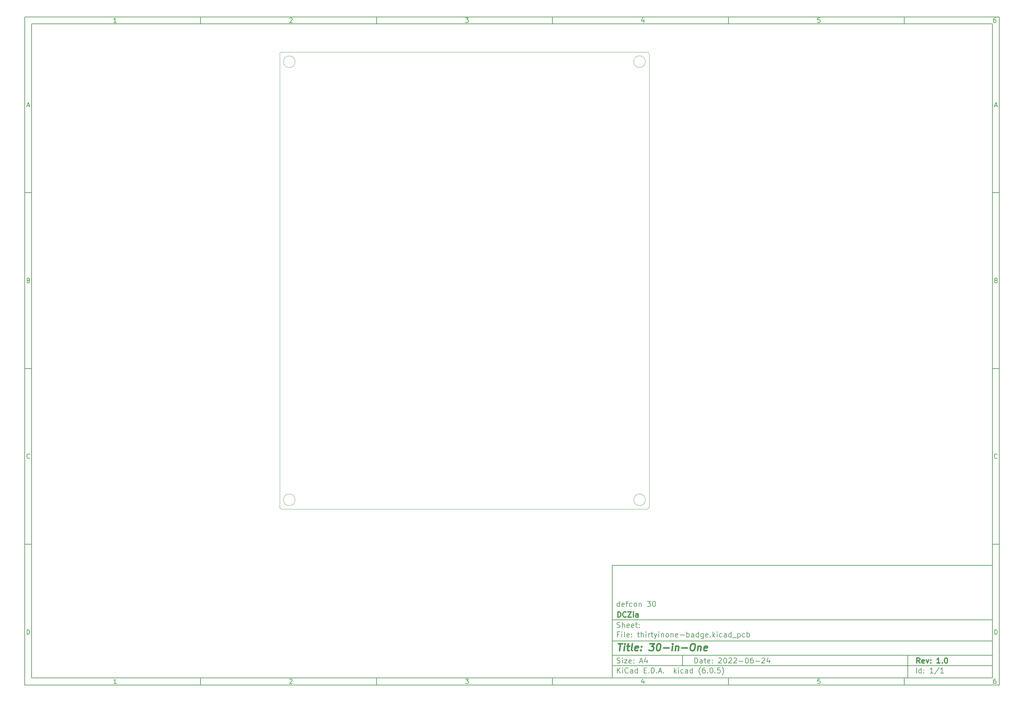
<source format=gbr>
%TF.GenerationSoftware,KiCad,Pcbnew,(6.0.5)*%
%TF.CreationDate,2022-06-24T09:36:34-06:00*%
%TF.ProjectId,thirtyinone-badge,74686972-7479-4696-9e6f-6e652d626164,1.0*%
%TF.SameCoordinates,Original*%
%TF.FileFunction,Paste,Bot*%
%TF.FilePolarity,Positive*%
%FSLAX46Y46*%
G04 Gerber Fmt 4.6, Leading zero omitted, Abs format (unit mm)*
G04 Created by KiCad (PCBNEW (6.0.5)) date 2022-06-24 09:36:34*
%MOMM*%
%LPD*%
G01*
G04 APERTURE LIST*
%ADD10C,0.100000*%
%ADD11C,0.150000*%
%ADD12C,0.300000*%
%ADD13C,0.400000*%
%TA.AperFunction,Profile*%
%ADD14C,0.100000*%
%TD*%
G04 APERTURE END LIST*
D10*
D11*
X177002200Y-166007200D02*
X177002200Y-198007200D01*
X285002200Y-198007200D01*
X285002200Y-166007200D01*
X177002200Y-166007200D01*
D10*
D11*
X10000000Y-10000000D02*
X10000000Y-200007200D01*
X287002200Y-200007200D01*
X287002200Y-10000000D01*
X10000000Y-10000000D01*
D10*
D11*
X12000000Y-12000000D02*
X12000000Y-198007200D01*
X285002200Y-198007200D01*
X285002200Y-12000000D01*
X12000000Y-12000000D01*
D10*
D11*
X60000000Y-12000000D02*
X60000000Y-10000000D01*
D10*
D11*
X110000000Y-12000000D02*
X110000000Y-10000000D01*
D10*
D11*
X160000000Y-12000000D02*
X160000000Y-10000000D01*
D10*
D11*
X210000000Y-12000000D02*
X210000000Y-10000000D01*
D10*
D11*
X260000000Y-12000000D02*
X260000000Y-10000000D01*
D10*
D11*
X36065476Y-11588095D02*
X35322619Y-11588095D01*
X35694047Y-11588095D02*
X35694047Y-10288095D01*
X35570238Y-10473809D01*
X35446428Y-10597619D01*
X35322619Y-10659523D01*
D10*
D11*
X85322619Y-10411904D02*
X85384523Y-10350000D01*
X85508333Y-10288095D01*
X85817857Y-10288095D01*
X85941666Y-10350000D01*
X86003571Y-10411904D01*
X86065476Y-10535714D01*
X86065476Y-10659523D01*
X86003571Y-10845238D01*
X85260714Y-11588095D01*
X86065476Y-11588095D01*
D10*
D11*
X135260714Y-10288095D02*
X136065476Y-10288095D01*
X135632142Y-10783333D01*
X135817857Y-10783333D01*
X135941666Y-10845238D01*
X136003571Y-10907142D01*
X136065476Y-11030952D01*
X136065476Y-11340476D01*
X136003571Y-11464285D01*
X135941666Y-11526190D01*
X135817857Y-11588095D01*
X135446428Y-11588095D01*
X135322619Y-11526190D01*
X135260714Y-11464285D01*
D10*
D11*
X185941666Y-10721428D02*
X185941666Y-11588095D01*
X185632142Y-10226190D02*
X185322619Y-11154761D01*
X186127380Y-11154761D01*
D10*
D11*
X236003571Y-10288095D02*
X235384523Y-10288095D01*
X235322619Y-10907142D01*
X235384523Y-10845238D01*
X235508333Y-10783333D01*
X235817857Y-10783333D01*
X235941666Y-10845238D01*
X236003571Y-10907142D01*
X236065476Y-11030952D01*
X236065476Y-11340476D01*
X236003571Y-11464285D01*
X235941666Y-11526190D01*
X235817857Y-11588095D01*
X235508333Y-11588095D01*
X235384523Y-11526190D01*
X235322619Y-11464285D01*
D10*
D11*
X285941666Y-10288095D02*
X285694047Y-10288095D01*
X285570238Y-10350000D01*
X285508333Y-10411904D01*
X285384523Y-10597619D01*
X285322619Y-10845238D01*
X285322619Y-11340476D01*
X285384523Y-11464285D01*
X285446428Y-11526190D01*
X285570238Y-11588095D01*
X285817857Y-11588095D01*
X285941666Y-11526190D01*
X286003571Y-11464285D01*
X286065476Y-11340476D01*
X286065476Y-11030952D01*
X286003571Y-10907142D01*
X285941666Y-10845238D01*
X285817857Y-10783333D01*
X285570238Y-10783333D01*
X285446428Y-10845238D01*
X285384523Y-10907142D01*
X285322619Y-11030952D01*
D10*
D11*
X60000000Y-198007200D02*
X60000000Y-200007200D01*
D10*
D11*
X110000000Y-198007200D02*
X110000000Y-200007200D01*
D10*
D11*
X160000000Y-198007200D02*
X160000000Y-200007200D01*
D10*
D11*
X210000000Y-198007200D02*
X210000000Y-200007200D01*
D10*
D11*
X260000000Y-198007200D02*
X260000000Y-200007200D01*
D10*
D11*
X36065476Y-199595295D02*
X35322619Y-199595295D01*
X35694047Y-199595295D02*
X35694047Y-198295295D01*
X35570238Y-198481009D01*
X35446428Y-198604819D01*
X35322619Y-198666723D01*
D10*
D11*
X85322619Y-198419104D02*
X85384523Y-198357200D01*
X85508333Y-198295295D01*
X85817857Y-198295295D01*
X85941666Y-198357200D01*
X86003571Y-198419104D01*
X86065476Y-198542914D01*
X86065476Y-198666723D01*
X86003571Y-198852438D01*
X85260714Y-199595295D01*
X86065476Y-199595295D01*
D10*
D11*
X135260714Y-198295295D02*
X136065476Y-198295295D01*
X135632142Y-198790533D01*
X135817857Y-198790533D01*
X135941666Y-198852438D01*
X136003571Y-198914342D01*
X136065476Y-199038152D01*
X136065476Y-199347676D01*
X136003571Y-199471485D01*
X135941666Y-199533390D01*
X135817857Y-199595295D01*
X135446428Y-199595295D01*
X135322619Y-199533390D01*
X135260714Y-199471485D01*
D10*
D11*
X185941666Y-198728628D02*
X185941666Y-199595295D01*
X185632142Y-198233390D02*
X185322619Y-199161961D01*
X186127380Y-199161961D01*
D10*
D11*
X236003571Y-198295295D02*
X235384523Y-198295295D01*
X235322619Y-198914342D01*
X235384523Y-198852438D01*
X235508333Y-198790533D01*
X235817857Y-198790533D01*
X235941666Y-198852438D01*
X236003571Y-198914342D01*
X236065476Y-199038152D01*
X236065476Y-199347676D01*
X236003571Y-199471485D01*
X235941666Y-199533390D01*
X235817857Y-199595295D01*
X235508333Y-199595295D01*
X235384523Y-199533390D01*
X235322619Y-199471485D01*
D10*
D11*
X285941666Y-198295295D02*
X285694047Y-198295295D01*
X285570238Y-198357200D01*
X285508333Y-198419104D01*
X285384523Y-198604819D01*
X285322619Y-198852438D01*
X285322619Y-199347676D01*
X285384523Y-199471485D01*
X285446428Y-199533390D01*
X285570238Y-199595295D01*
X285817857Y-199595295D01*
X285941666Y-199533390D01*
X286003571Y-199471485D01*
X286065476Y-199347676D01*
X286065476Y-199038152D01*
X286003571Y-198914342D01*
X285941666Y-198852438D01*
X285817857Y-198790533D01*
X285570238Y-198790533D01*
X285446428Y-198852438D01*
X285384523Y-198914342D01*
X285322619Y-199038152D01*
D10*
D11*
X10000000Y-60000000D02*
X12000000Y-60000000D01*
D10*
D11*
X10000000Y-110000000D02*
X12000000Y-110000000D01*
D10*
D11*
X10000000Y-160000000D02*
X12000000Y-160000000D01*
D10*
D11*
X10690476Y-35216666D02*
X11309523Y-35216666D01*
X10566666Y-35588095D02*
X11000000Y-34288095D01*
X11433333Y-35588095D01*
D10*
D11*
X11092857Y-84907142D02*
X11278571Y-84969047D01*
X11340476Y-85030952D01*
X11402380Y-85154761D01*
X11402380Y-85340476D01*
X11340476Y-85464285D01*
X11278571Y-85526190D01*
X11154761Y-85588095D01*
X10659523Y-85588095D01*
X10659523Y-84288095D01*
X11092857Y-84288095D01*
X11216666Y-84350000D01*
X11278571Y-84411904D01*
X11340476Y-84535714D01*
X11340476Y-84659523D01*
X11278571Y-84783333D01*
X11216666Y-84845238D01*
X11092857Y-84907142D01*
X10659523Y-84907142D01*
D10*
D11*
X11402380Y-135464285D02*
X11340476Y-135526190D01*
X11154761Y-135588095D01*
X11030952Y-135588095D01*
X10845238Y-135526190D01*
X10721428Y-135402380D01*
X10659523Y-135278571D01*
X10597619Y-135030952D01*
X10597619Y-134845238D01*
X10659523Y-134597619D01*
X10721428Y-134473809D01*
X10845238Y-134350000D01*
X11030952Y-134288095D01*
X11154761Y-134288095D01*
X11340476Y-134350000D01*
X11402380Y-134411904D01*
D10*
D11*
X10659523Y-185588095D02*
X10659523Y-184288095D01*
X10969047Y-184288095D01*
X11154761Y-184350000D01*
X11278571Y-184473809D01*
X11340476Y-184597619D01*
X11402380Y-184845238D01*
X11402380Y-185030952D01*
X11340476Y-185278571D01*
X11278571Y-185402380D01*
X11154761Y-185526190D01*
X10969047Y-185588095D01*
X10659523Y-185588095D01*
D10*
D11*
X287002200Y-60000000D02*
X285002200Y-60000000D01*
D10*
D11*
X287002200Y-110000000D02*
X285002200Y-110000000D01*
D10*
D11*
X287002200Y-160000000D02*
X285002200Y-160000000D01*
D10*
D11*
X285692676Y-35216666D02*
X286311723Y-35216666D01*
X285568866Y-35588095D02*
X286002200Y-34288095D01*
X286435533Y-35588095D01*
D10*
D11*
X286095057Y-84907142D02*
X286280771Y-84969047D01*
X286342676Y-85030952D01*
X286404580Y-85154761D01*
X286404580Y-85340476D01*
X286342676Y-85464285D01*
X286280771Y-85526190D01*
X286156961Y-85588095D01*
X285661723Y-85588095D01*
X285661723Y-84288095D01*
X286095057Y-84288095D01*
X286218866Y-84350000D01*
X286280771Y-84411904D01*
X286342676Y-84535714D01*
X286342676Y-84659523D01*
X286280771Y-84783333D01*
X286218866Y-84845238D01*
X286095057Y-84907142D01*
X285661723Y-84907142D01*
D10*
D11*
X286404580Y-135464285D02*
X286342676Y-135526190D01*
X286156961Y-135588095D01*
X286033152Y-135588095D01*
X285847438Y-135526190D01*
X285723628Y-135402380D01*
X285661723Y-135278571D01*
X285599819Y-135030952D01*
X285599819Y-134845238D01*
X285661723Y-134597619D01*
X285723628Y-134473809D01*
X285847438Y-134350000D01*
X286033152Y-134288095D01*
X286156961Y-134288095D01*
X286342676Y-134350000D01*
X286404580Y-134411904D01*
D10*
D11*
X285661723Y-185588095D02*
X285661723Y-184288095D01*
X285971247Y-184288095D01*
X286156961Y-184350000D01*
X286280771Y-184473809D01*
X286342676Y-184597619D01*
X286404580Y-184845238D01*
X286404580Y-185030952D01*
X286342676Y-185278571D01*
X286280771Y-185402380D01*
X286156961Y-185526190D01*
X285971247Y-185588095D01*
X285661723Y-185588095D01*
D10*
D11*
X200434342Y-193785771D02*
X200434342Y-192285771D01*
X200791485Y-192285771D01*
X201005771Y-192357200D01*
X201148628Y-192500057D01*
X201220057Y-192642914D01*
X201291485Y-192928628D01*
X201291485Y-193142914D01*
X201220057Y-193428628D01*
X201148628Y-193571485D01*
X201005771Y-193714342D01*
X200791485Y-193785771D01*
X200434342Y-193785771D01*
X202577200Y-193785771D02*
X202577200Y-193000057D01*
X202505771Y-192857200D01*
X202362914Y-192785771D01*
X202077200Y-192785771D01*
X201934342Y-192857200D01*
X202577200Y-193714342D02*
X202434342Y-193785771D01*
X202077200Y-193785771D01*
X201934342Y-193714342D01*
X201862914Y-193571485D01*
X201862914Y-193428628D01*
X201934342Y-193285771D01*
X202077200Y-193214342D01*
X202434342Y-193214342D01*
X202577200Y-193142914D01*
X203077200Y-192785771D02*
X203648628Y-192785771D01*
X203291485Y-192285771D02*
X203291485Y-193571485D01*
X203362914Y-193714342D01*
X203505771Y-193785771D01*
X203648628Y-193785771D01*
X204720057Y-193714342D02*
X204577200Y-193785771D01*
X204291485Y-193785771D01*
X204148628Y-193714342D01*
X204077200Y-193571485D01*
X204077200Y-193000057D01*
X204148628Y-192857200D01*
X204291485Y-192785771D01*
X204577200Y-192785771D01*
X204720057Y-192857200D01*
X204791485Y-193000057D01*
X204791485Y-193142914D01*
X204077200Y-193285771D01*
X205434342Y-193642914D02*
X205505771Y-193714342D01*
X205434342Y-193785771D01*
X205362914Y-193714342D01*
X205434342Y-193642914D01*
X205434342Y-193785771D01*
X205434342Y-192857200D02*
X205505771Y-192928628D01*
X205434342Y-193000057D01*
X205362914Y-192928628D01*
X205434342Y-192857200D01*
X205434342Y-193000057D01*
X207220057Y-192428628D02*
X207291485Y-192357200D01*
X207434342Y-192285771D01*
X207791485Y-192285771D01*
X207934342Y-192357200D01*
X208005771Y-192428628D01*
X208077200Y-192571485D01*
X208077200Y-192714342D01*
X208005771Y-192928628D01*
X207148628Y-193785771D01*
X208077200Y-193785771D01*
X209005771Y-192285771D02*
X209148628Y-192285771D01*
X209291485Y-192357200D01*
X209362914Y-192428628D01*
X209434342Y-192571485D01*
X209505771Y-192857200D01*
X209505771Y-193214342D01*
X209434342Y-193500057D01*
X209362914Y-193642914D01*
X209291485Y-193714342D01*
X209148628Y-193785771D01*
X209005771Y-193785771D01*
X208862914Y-193714342D01*
X208791485Y-193642914D01*
X208720057Y-193500057D01*
X208648628Y-193214342D01*
X208648628Y-192857200D01*
X208720057Y-192571485D01*
X208791485Y-192428628D01*
X208862914Y-192357200D01*
X209005771Y-192285771D01*
X210077200Y-192428628D02*
X210148628Y-192357200D01*
X210291485Y-192285771D01*
X210648628Y-192285771D01*
X210791485Y-192357200D01*
X210862914Y-192428628D01*
X210934342Y-192571485D01*
X210934342Y-192714342D01*
X210862914Y-192928628D01*
X210005771Y-193785771D01*
X210934342Y-193785771D01*
X211505771Y-192428628D02*
X211577200Y-192357200D01*
X211720057Y-192285771D01*
X212077200Y-192285771D01*
X212220057Y-192357200D01*
X212291485Y-192428628D01*
X212362914Y-192571485D01*
X212362914Y-192714342D01*
X212291485Y-192928628D01*
X211434342Y-193785771D01*
X212362914Y-193785771D01*
X213005771Y-193214342D02*
X214148628Y-193214342D01*
X215148628Y-192285771D02*
X215291485Y-192285771D01*
X215434342Y-192357200D01*
X215505771Y-192428628D01*
X215577200Y-192571485D01*
X215648628Y-192857200D01*
X215648628Y-193214342D01*
X215577200Y-193500057D01*
X215505771Y-193642914D01*
X215434342Y-193714342D01*
X215291485Y-193785771D01*
X215148628Y-193785771D01*
X215005771Y-193714342D01*
X214934342Y-193642914D01*
X214862914Y-193500057D01*
X214791485Y-193214342D01*
X214791485Y-192857200D01*
X214862914Y-192571485D01*
X214934342Y-192428628D01*
X215005771Y-192357200D01*
X215148628Y-192285771D01*
X216934342Y-192285771D02*
X216648628Y-192285771D01*
X216505771Y-192357200D01*
X216434342Y-192428628D01*
X216291485Y-192642914D01*
X216220057Y-192928628D01*
X216220057Y-193500057D01*
X216291485Y-193642914D01*
X216362914Y-193714342D01*
X216505771Y-193785771D01*
X216791485Y-193785771D01*
X216934342Y-193714342D01*
X217005771Y-193642914D01*
X217077200Y-193500057D01*
X217077200Y-193142914D01*
X217005771Y-193000057D01*
X216934342Y-192928628D01*
X216791485Y-192857200D01*
X216505771Y-192857200D01*
X216362914Y-192928628D01*
X216291485Y-193000057D01*
X216220057Y-193142914D01*
X217720057Y-193214342D02*
X218862914Y-193214342D01*
X219505771Y-192428628D02*
X219577200Y-192357200D01*
X219720057Y-192285771D01*
X220077200Y-192285771D01*
X220220057Y-192357200D01*
X220291485Y-192428628D01*
X220362914Y-192571485D01*
X220362914Y-192714342D01*
X220291485Y-192928628D01*
X219434342Y-193785771D01*
X220362914Y-193785771D01*
X221648628Y-192785771D02*
X221648628Y-193785771D01*
X221291485Y-192214342D02*
X220934342Y-193285771D01*
X221862914Y-193285771D01*
D10*
D11*
X177002200Y-194507200D02*
X285002200Y-194507200D01*
D10*
D11*
X178434342Y-196585771D02*
X178434342Y-195085771D01*
X179291485Y-196585771D02*
X178648628Y-195728628D01*
X179291485Y-195085771D02*
X178434342Y-195942914D01*
X179934342Y-196585771D02*
X179934342Y-195585771D01*
X179934342Y-195085771D02*
X179862914Y-195157200D01*
X179934342Y-195228628D01*
X180005771Y-195157200D01*
X179934342Y-195085771D01*
X179934342Y-195228628D01*
X181505771Y-196442914D02*
X181434342Y-196514342D01*
X181220057Y-196585771D01*
X181077200Y-196585771D01*
X180862914Y-196514342D01*
X180720057Y-196371485D01*
X180648628Y-196228628D01*
X180577200Y-195942914D01*
X180577200Y-195728628D01*
X180648628Y-195442914D01*
X180720057Y-195300057D01*
X180862914Y-195157200D01*
X181077200Y-195085771D01*
X181220057Y-195085771D01*
X181434342Y-195157200D01*
X181505771Y-195228628D01*
X182791485Y-196585771D02*
X182791485Y-195800057D01*
X182720057Y-195657200D01*
X182577200Y-195585771D01*
X182291485Y-195585771D01*
X182148628Y-195657200D01*
X182791485Y-196514342D02*
X182648628Y-196585771D01*
X182291485Y-196585771D01*
X182148628Y-196514342D01*
X182077200Y-196371485D01*
X182077200Y-196228628D01*
X182148628Y-196085771D01*
X182291485Y-196014342D01*
X182648628Y-196014342D01*
X182791485Y-195942914D01*
X184148628Y-196585771D02*
X184148628Y-195085771D01*
X184148628Y-196514342D02*
X184005771Y-196585771D01*
X183720057Y-196585771D01*
X183577200Y-196514342D01*
X183505771Y-196442914D01*
X183434342Y-196300057D01*
X183434342Y-195871485D01*
X183505771Y-195728628D01*
X183577200Y-195657200D01*
X183720057Y-195585771D01*
X184005771Y-195585771D01*
X184148628Y-195657200D01*
X186005771Y-195800057D02*
X186505771Y-195800057D01*
X186720057Y-196585771D02*
X186005771Y-196585771D01*
X186005771Y-195085771D01*
X186720057Y-195085771D01*
X187362914Y-196442914D02*
X187434342Y-196514342D01*
X187362914Y-196585771D01*
X187291485Y-196514342D01*
X187362914Y-196442914D01*
X187362914Y-196585771D01*
X188077200Y-196585771D02*
X188077200Y-195085771D01*
X188434342Y-195085771D01*
X188648628Y-195157200D01*
X188791485Y-195300057D01*
X188862914Y-195442914D01*
X188934342Y-195728628D01*
X188934342Y-195942914D01*
X188862914Y-196228628D01*
X188791485Y-196371485D01*
X188648628Y-196514342D01*
X188434342Y-196585771D01*
X188077200Y-196585771D01*
X189577200Y-196442914D02*
X189648628Y-196514342D01*
X189577200Y-196585771D01*
X189505771Y-196514342D01*
X189577200Y-196442914D01*
X189577200Y-196585771D01*
X190220057Y-196157200D02*
X190934342Y-196157200D01*
X190077200Y-196585771D02*
X190577200Y-195085771D01*
X191077200Y-196585771D01*
X191577200Y-196442914D02*
X191648628Y-196514342D01*
X191577200Y-196585771D01*
X191505771Y-196514342D01*
X191577200Y-196442914D01*
X191577200Y-196585771D01*
X194577200Y-196585771D02*
X194577200Y-195085771D01*
X194720057Y-196014342D02*
X195148628Y-196585771D01*
X195148628Y-195585771D02*
X194577200Y-196157200D01*
X195791485Y-196585771D02*
X195791485Y-195585771D01*
X195791485Y-195085771D02*
X195720057Y-195157200D01*
X195791485Y-195228628D01*
X195862914Y-195157200D01*
X195791485Y-195085771D01*
X195791485Y-195228628D01*
X197148628Y-196514342D02*
X197005771Y-196585771D01*
X196720057Y-196585771D01*
X196577200Y-196514342D01*
X196505771Y-196442914D01*
X196434342Y-196300057D01*
X196434342Y-195871485D01*
X196505771Y-195728628D01*
X196577200Y-195657200D01*
X196720057Y-195585771D01*
X197005771Y-195585771D01*
X197148628Y-195657200D01*
X198434342Y-196585771D02*
X198434342Y-195800057D01*
X198362914Y-195657200D01*
X198220057Y-195585771D01*
X197934342Y-195585771D01*
X197791485Y-195657200D01*
X198434342Y-196514342D02*
X198291485Y-196585771D01*
X197934342Y-196585771D01*
X197791485Y-196514342D01*
X197720057Y-196371485D01*
X197720057Y-196228628D01*
X197791485Y-196085771D01*
X197934342Y-196014342D01*
X198291485Y-196014342D01*
X198434342Y-195942914D01*
X199791485Y-196585771D02*
X199791485Y-195085771D01*
X199791485Y-196514342D02*
X199648628Y-196585771D01*
X199362914Y-196585771D01*
X199220057Y-196514342D01*
X199148628Y-196442914D01*
X199077200Y-196300057D01*
X199077200Y-195871485D01*
X199148628Y-195728628D01*
X199220057Y-195657200D01*
X199362914Y-195585771D01*
X199648628Y-195585771D01*
X199791485Y-195657200D01*
X202077200Y-197157200D02*
X202005771Y-197085771D01*
X201862914Y-196871485D01*
X201791485Y-196728628D01*
X201720057Y-196514342D01*
X201648628Y-196157200D01*
X201648628Y-195871485D01*
X201720057Y-195514342D01*
X201791485Y-195300057D01*
X201862914Y-195157200D01*
X202005771Y-194942914D01*
X202077200Y-194871485D01*
X203291485Y-195085771D02*
X203005771Y-195085771D01*
X202862914Y-195157200D01*
X202791485Y-195228628D01*
X202648628Y-195442914D01*
X202577200Y-195728628D01*
X202577200Y-196300057D01*
X202648628Y-196442914D01*
X202720057Y-196514342D01*
X202862914Y-196585771D01*
X203148628Y-196585771D01*
X203291485Y-196514342D01*
X203362914Y-196442914D01*
X203434342Y-196300057D01*
X203434342Y-195942914D01*
X203362914Y-195800057D01*
X203291485Y-195728628D01*
X203148628Y-195657200D01*
X202862914Y-195657200D01*
X202720057Y-195728628D01*
X202648628Y-195800057D01*
X202577200Y-195942914D01*
X204077200Y-196442914D02*
X204148628Y-196514342D01*
X204077200Y-196585771D01*
X204005771Y-196514342D01*
X204077200Y-196442914D01*
X204077200Y-196585771D01*
X205077200Y-195085771D02*
X205220057Y-195085771D01*
X205362914Y-195157200D01*
X205434342Y-195228628D01*
X205505771Y-195371485D01*
X205577200Y-195657200D01*
X205577200Y-196014342D01*
X205505771Y-196300057D01*
X205434342Y-196442914D01*
X205362914Y-196514342D01*
X205220057Y-196585771D01*
X205077200Y-196585771D01*
X204934342Y-196514342D01*
X204862914Y-196442914D01*
X204791485Y-196300057D01*
X204720057Y-196014342D01*
X204720057Y-195657200D01*
X204791485Y-195371485D01*
X204862914Y-195228628D01*
X204934342Y-195157200D01*
X205077200Y-195085771D01*
X206220057Y-196442914D02*
X206291485Y-196514342D01*
X206220057Y-196585771D01*
X206148628Y-196514342D01*
X206220057Y-196442914D01*
X206220057Y-196585771D01*
X207648628Y-195085771D02*
X206934342Y-195085771D01*
X206862914Y-195800057D01*
X206934342Y-195728628D01*
X207077200Y-195657200D01*
X207434342Y-195657200D01*
X207577200Y-195728628D01*
X207648628Y-195800057D01*
X207720057Y-195942914D01*
X207720057Y-196300057D01*
X207648628Y-196442914D01*
X207577200Y-196514342D01*
X207434342Y-196585771D01*
X207077200Y-196585771D01*
X206934342Y-196514342D01*
X206862914Y-196442914D01*
X208220057Y-197157200D02*
X208291485Y-197085771D01*
X208434342Y-196871485D01*
X208505771Y-196728628D01*
X208577200Y-196514342D01*
X208648628Y-196157200D01*
X208648628Y-195871485D01*
X208577200Y-195514342D01*
X208505771Y-195300057D01*
X208434342Y-195157200D01*
X208291485Y-194942914D01*
X208220057Y-194871485D01*
D10*
D11*
X177002200Y-191507200D02*
X285002200Y-191507200D01*
D10*
D12*
X264411485Y-193785771D02*
X263911485Y-193071485D01*
X263554342Y-193785771D02*
X263554342Y-192285771D01*
X264125771Y-192285771D01*
X264268628Y-192357200D01*
X264340057Y-192428628D01*
X264411485Y-192571485D01*
X264411485Y-192785771D01*
X264340057Y-192928628D01*
X264268628Y-193000057D01*
X264125771Y-193071485D01*
X263554342Y-193071485D01*
X265625771Y-193714342D02*
X265482914Y-193785771D01*
X265197200Y-193785771D01*
X265054342Y-193714342D01*
X264982914Y-193571485D01*
X264982914Y-193000057D01*
X265054342Y-192857200D01*
X265197200Y-192785771D01*
X265482914Y-192785771D01*
X265625771Y-192857200D01*
X265697200Y-193000057D01*
X265697200Y-193142914D01*
X264982914Y-193285771D01*
X266197200Y-192785771D02*
X266554342Y-193785771D01*
X266911485Y-192785771D01*
X267482914Y-193642914D02*
X267554342Y-193714342D01*
X267482914Y-193785771D01*
X267411485Y-193714342D01*
X267482914Y-193642914D01*
X267482914Y-193785771D01*
X267482914Y-192857200D02*
X267554342Y-192928628D01*
X267482914Y-193000057D01*
X267411485Y-192928628D01*
X267482914Y-192857200D01*
X267482914Y-193000057D01*
X270125771Y-193785771D02*
X269268628Y-193785771D01*
X269697200Y-193785771D02*
X269697200Y-192285771D01*
X269554342Y-192500057D01*
X269411485Y-192642914D01*
X269268628Y-192714342D01*
X270768628Y-193642914D02*
X270840057Y-193714342D01*
X270768628Y-193785771D01*
X270697200Y-193714342D01*
X270768628Y-193642914D01*
X270768628Y-193785771D01*
X271768628Y-192285771D02*
X271911485Y-192285771D01*
X272054342Y-192357200D01*
X272125771Y-192428628D01*
X272197200Y-192571485D01*
X272268628Y-192857200D01*
X272268628Y-193214342D01*
X272197200Y-193500057D01*
X272125771Y-193642914D01*
X272054342Y-193714342D01*
X271911485Y-193785771D01*
X271768628Y-193785771D01*
X271625771Y-193714342D01*
X271554342Y-193642914D01*
X271482914Y-193500057D01*
X271411485Y-193214342D01*
X271411485Y-192857200D01*
X271482914Y-192571485D01*
X271554342Y-192428628D01*
X271625771Y-192357200D01*
X271768628Y-192285771D01*
D10*
D11*
X178362914Y-193714342D02*
X178577200Y-193785771D01*
X178934342Y-193785771D01*
X179077200Y-193714342D01*
X179148628Y-193642914D01*
X179220057Y-193500057D01*
X179220057Y-193357200D01*
X179148628Y-193214342D01*
X179077200Y-193142914D01*
X178934342Y-193071485D01*
X178648628Y-193000057D01*
X178505771Y-192928628D01*
X178434342Y-192857200D01*
X178362914Y-192714342D01*
X178362914Y-192571485D01*
X178434342Y-192428628D01*
X178505771Y-192357200D01*
X178648628Y-192285771D01*
X179005771Y-192285771D01*
X179220057Y-192357200D01*
X179862914Y-193785771D02*
X179862914Y-192785771D01*
X179862914Y-192285771D02*
X179791485Y-192357200D01*
X179862914Y-192428628D01*
X179934342Y-192357200D01*
X179862914Y-192285771D01*
X179862914Y-192428628D01*
X180434342Y-192785771D02*
X181220057Y-192785771D01*
X180434342Y-193785771D01*
X181220057Y-193785771D01*
X182362914Y-193714342D02*
X182220057Y-193785771D01*
X181934342Y-193785771D01*
X181791485Y-193714342D01*
X181720057Y-193571485D01*
X181720057Y-193000057D01*
X181791485Y-192857200D01*
X181934342Y-192785771D01*
X182220057Y-192785771D01*
X182362914Y-192857200D01*
X182434342Y-193000057D01*
X182434342Y-193142914D01*
X181720057Y-193285771D01*
X183077200Y-193642914D02*
X183148628Y-193714342D01*
X183077200Y-193785771D01*
X183005771Y-193714342D01*
X183077200Y-193642914D01*
X183077200Y-193785771D01*
X183077200Y-192857200D02*
X183148628Y-192928628D01*
X183077200Y-193000057D01*
X183005771Y-192928628D01*
X183077200Y-192857200D01*
X183077200Y-193000057D01*
X184862914Y-193357200D02*
X185577200Y-193357200D01*
X184720057Y-193785771D02*
X185220057Y-192285771D01*
X185720057Y-193785771D01*
X186862914Y-192785771D02*
X186862914Y-193785771D01*
X186505771Y-192214342D02*
X186148628Y-193285771D01*
X187077200Y-193285771D01*
D10*
D11*
X263434342Y-196585771D02*
X263434342Y-195085771D01*
X264791485Y-196585771D02*
X264791485Y-195085771D01*
X264791485Y-196514342D02*
X264648628Y-196585771D01*
X264362914Y-196585771D01*
X264220057Y-196514342D01*
X264148628Y-196442914D01*
X264077200Y-196300057D01*
X264077200Y-195871485D01*
X264148628Y-195728628D01*
X264220057Y-195657200D01*
X264362914Y-195585771D01*
X264648628Y-195585771D01*
X264791485Y-195657200D01*
X265505771Y-196442914D02*
X265577200Y-196514342D01*
X265505771Y-196585771D01*
X265434342Y-196514342D01*
X265505771Y-196442914D01*
X265505771Y-196585771D01*
X265505771Y-195657200D02*
X265577200Y-195728628D01*
X265505771Y-195800057D01*
X265434342Y-195728628D01*
X265505771Y-195657200D01*
X265505771Y-195800057D01*
X268148628Y-196585771D02*
X267291485Y-196585771D01*
X267720057Y-196585771D02*
X267720057Y-195085771D01*
X267577200Y-195300057D01*
X267434342Y-195442914D01*
X267291485Y-195514342D01*
X269862914Y-195014342D02*
X268577200Y-196942914D01*
X271148628Y-196585771D02*
X270291485Y-196585771D01*
X270720057Y-196585771D02*
X270720057Y-195085771D01*
X270577200Y-195300057D01*
X270434342Y-195442914D01*
X270291485Y-195514342D01*
D10*
D11*
X177002200Y-187507200D02*
X285002200Y-187507200D01*
D10*
D13*
X178714580Y-188211961D02*
X179857438Y-188211961D01*
X179036009Y-190211961D02*
X179286009Y-188211961D01*
X180274104Y-190211961D02*
X180440771Y-188878628D01*
X180524104Y-188211961D02*
X180416961Y-188307200D01*
X180500295Y-188402438D01*
X180607438Y-188307200D01*
X180524104Y-188211961D01*
X180500295Y-188402438D01*
X181107438Y-188878628D02*
X181869342Y-188878628D01*
X181476485Y-188211961D02*
X181262200Y-189926247D01*
X181333628Y-190116723D01*
X181512200Y-190211961D01*
X181702676Y-190211961D01*
X182655057Y-190211961D02*
X182476485Y-190116723D01*
X182405057Y-189926247D01*
X182619342Y-188211961D01*
X184190771Y-190116723D02*
X183988390Y-190211961D01*
X183607438Y-190211961D01*
X183428866Y-190116723D01*
X183357438Y-189926247D01*
X183452676Y-189164342D01*
X183571723Y-188973866D01*
X183774104Y-188878628D01*
X184155057Y-188878628D01*
X184333628Y-188973866D01*
X184405057Y-189164342D01*
X184381247Y-189354819D01*
X183405057Y-189545295D01*
X185155057Y-190021485D02*
X185238390Y-190116723D01*
X185131247Y-190211961D01*
X185047914Y-190116723D01*
X185155057Y-190021485D01*
X185131247Y-190211961D01*
X185286009Y-188973866D02*
X185369342Y-189069104D01*
X185262200Y-189164342D01*
X185178866Y-189069104D01*
X185286009Y-188973866D01*
X185262200Y-189164342D01*
X187666961Y-188211961D02*
X188905057Y-188211961D01*
X188143152Y-188973866D01*
X188428866Y-188973866D01*
X188607438Y-189069104D01*
X188690771Y-189164342D01*
X188762200Y-189354819D01*
X188702676Y-189831009D01*
X188583628Y-190021485D01*
X188476485Y-190116723D01*
X188274104Y-190211961D01*
X187702676Y-190211961D01*
X187524104Y-190116723D01*
X187440771Y-190021485D01*
X190143152Y-188211961D02*
X190333628Y-188211961D01*
X190512200Y-188307200D01*
X190595533Y-188402438D01*
X190666961Y-188592914D01*
X190714580Y-188973866D01*
X190655057Y-189450057D01*
X190512200Y-189831009D01*
X190393152Y-190021485D01*
X190286009Y-190116723D01*
X190083628Y-190211961D01*
X189893152Y-190211961D01*
X189714580Y-190116723D01*
X189631247Y-190021485D01*
X189559819Y-189831009D01*
X189512200Y-189450057D01*
X189571723Y-188973866D01*
X189714580Y-188592914D01*
X189833628Y-188402438D01*
X189940771Y-188307200D01*
X190143152Y-188211961D01*
X191512200Y-189450057D02*
X193036009Y-189450057D01*
X193893152Y-190211961D02*
X194059819Y-188878628D01*
X194143152Y-188211961D02*
X194036009Y-188307200D01*
X194119342Y-188402438D01*
X194226485Y-188307200D01*
X194143152Y-188211961D01*
X194119342Y-188402438D01*
X195012200Y-188878628D02*
X194845533Y-190211961D01*
X194988390Y-189069104D02*
X195095533Y-188973866D01*
X195297914Y-188878628D01*
X195583628Y-188878628D01*
X195762200Y-188973866D01*
X195833628Y-189164342D01*
X195702676Y-190211961D01*
X196750295Y-189450057D02*
X198274104Y-189450057D01*
X199762200Y-188211961D02*
X200143152Y-188211961D01*
X200321723Y-188307200D01*
X200488390Y-188497676D01*
X200536009Y-188878628D01*
X200452676Y-189545295D01*
X200309819Y-189926247D01*
X200095533Y-190116723D01*
X199893152Y-190211961D01*
X199512200Y-190211961D01*
X199333628Y-190116723D01*
X199166961Y-189926247D01*
X199119342Y-189545295D01*
X199202676Y-188878628D01*
X199345533Y-188497676D01*
X199559819Y-188307200D01*
X199762200Y-188211961D01*
X201393152Y-188878628D02*
X201226485Y-190211961D01*
X201369342Y-189069104D02*
X201476485Y-188973866D01*
X201678866Y-188878628D01*
X201964580Y-188878628D01*
X202143152Y-188973866D01*
X202214580Y-189164342D01*
X202083628Y-190211961D01*
X203809819Y-190116723D02*
X203607438Y-190211961D01*
X203226485Y-190211961D01*
X203047914Y-190116723D01*
X202976485Y-189926247D01*
X203071723Y-189164342D01*
X203190771Y-188973866D01*
X203393152Y-188878628D01*
X203774104Y-188878628D01*
X203952676Y-188973866D01*
X204024104Y-189164342D01*
X204000295Y-189354819D01*
X203024104Y-189545295D01*
D10*
D11*
X178934342Y-185600057D02*
X178434342Y-185600057D01*
X178434342Y-186385771D02*
X178434342Y-184885771D01*
X179148628Y-184885771D01*
X179720057Y-186385771D02*
X179720057Y-185385771D01*
X179720057Y-184885771D02*
X179648628Y-184957200D01*
X179720057Y-185028628D01*
X179791485Y-184957200D01*
X179720057Y-184885771D01*
X179720057Y-185028628D01*
X180648628Y-186385771D02*
X180505771Y-186314342D01*
X180434342Y-186171485D01*
X180434342Y-184885771D01*
X181791485Y-186314342D02*
X181648628Y-186385771D01*
X181362914Y-186385771D01*
X181220057Y-186314342D01*
X181148628Y-186171485D01*
X181148628Y-185600057D01*
X181220057Y-185457200D01*
X181362914Y-185385771D01*
X181648628Y-185385771D01*
X181791485Y-185457200D01*
X181862914Y-185600057D01*
X181862914Y-185742914D01*
X181148628Y-185885771D01*
X182505771Y-186242914D02*
X182577200Y-186314342D01*
X182505771Y-186385771D01*
X182434342Y-186314342D01*
X182505771Y-186242914D01*
X182505771Y-186385771D01*
X182505771Y-185457200D02*
X182577200Y-185528628D01*
X182505771Y-185600057D01*
X182434342Y-185528628D01*
X182505771Y-185457200D01*
X182505771Y-185600057D01*
X184148628Y-185385771D02*
X184720057Y-185385771D01*
X184362914Y-184885771D02*
X184362914Y-186171485D01*
X184434342Y-186314342D01*
X184577200Y-186385771D01*
X184720057Y-186385771D01*
X185220057Y-186385771D02*
X185220057Y-184885771D01*
X185862914Y-186385771D02*
X185862914Y-185600057D01*
X185791485Y-185457200D01*
X185648628Y-185385771D01*
X185434342Y-185385771D01*
X185291485Y-185457200D01*
X185220057Y-185528628D01*
X186577200Y-186385771D02*
X186577200Y-185385771D01*
X186577200Y-184885771D02*
X186505771Y-184957200D01*
X186577200Y-185028628D01*
X186648628Y-184957200D01*
X186577200Y-184885771D01*
X186577200Y-185028628D01*
X187291485Y-186385771D02*
X187291485Y-185385771D01*
X187291485Y-185671485D02*
X187362914Y-185528628D01*
X187434342Y-185457200D01*
X187577200Y-185385771D01*
X187720057Y-185385771D01*
X188005771Y-185385771D02*
X188577200Y-185385771D01*
X188220057Y-184885771D02*
X188220057Y-186171485D01*
X188291485Y-186314342D01*
X188434342Y-186385771D01*
X188577200Y-186385771D01*
X188934342Y-185385771D02*
X189291485Y-186385771D01*
X189648628Y-185385771D02*
X189291485Y-186385771D01*
X189148628Y-186742914D01*
X189077200Y-186814342D01*
X188934342Y-186885771D01*
X190220057Y-186385771D02*
X190220057Y-185385771D01*
X190220057Y-184885771D02*
X190148628Y-184957200D01*
X190220057Y-185028628D01*
X190291485Y-184957200D01*
X190220057Y-184885771D01*
X190220057Y-185028628D01*
X190934342Y-185385771D02*
X190934342Y-186385771D01*
X190934342Y-185528628D02*
X191005771Y-185457200D01*
X191148628Y-185385771D01*
X191362914Y-185385771D01*
X191505771Y-185457200D01*
X191577200Y-185600057D01*
X191577200Y-186385771D01*
X192505771Y-186385771D02*
X192362914Y-186314342D01*
X192291485Y-186242914D01*
X192220057Y-186100057D01*
X192220057Y-185671485D01*
X192291485Y-185528628D01*
X192362914Y-185457200D01*
X192505771Y-185385771D01*
X192720057Y-185385771D01*
X192862914Y-185457200D01*
X192934342Y-185528628D01*
X193005771Y-185671485D01*
X193005771Y-186100057D01*
X192934342Y-186242914D01*
X192862914Y-186314342D01*
X192720057Y-186385771D01*
X192505771Y-186385771D01*
X193648628Y-185385771D02*
X193648628Y-186385771D01*
X193648628Y-185528628D02*
X193720057Y-185457200D01*
X193862914Y-185385771D01*
X194077200Y-185385771D01*
X194220057Y-185457200D01*
X194291485Y-185600057D01*
X194291485Y-186385771D01*
X195577200Y-186314342D02*
X195434342Y-186385771D01*
X195148628Y-186385771D01*
X195005771Y-186314342D01*
X194934342Y-186171485D01*
X194934342Y-185600057D01*
X195005771Y-185457200D01*
X195148628Y-185385771D01*
X195434342Y-185385771D01*
X195577200Y-185457200D01*
X195648628Y-185600057D01*
X195648628Y-185742914D01*
X194934342Y-185885771D01*
X196291485Y-185814342D02*
X197434342Y-185814342D01*
X198148628Y-186385771D02*
X198148628Y-184885771D01*
X198148628Y-185457200D02*
X198291485Y-185385771D01*
X198577200Y-185385771D01*
X198720057Y-185457200D01*
X198791485Y-185528628D01*
X198862914Y-185671485D01*
X198862914Y-186100057D01*
X198791485Y-186242914D01*
X198720057Y-186314342D01*
X198577200Y-186385771D01*
X198291485Y-186385771D01*
X198148628Y-186314342D01*
X200148628Y-186385771D02*
X200148628Y-185600057D01*
X200077200Y-185457200D01*
X199934342Y-185385771D01*
X199648628Y-185385771D01*
X199505771Y-185457200D01*
X200148628Y-186314342D02*
X200005771Y-186385771D01*
X199648628Y-186385771D01*
X199505771Y-186314342D01*
X199434342Y-186171485D01*
X199434342Y-186028628D01*
X199505771Y-185885771D01*
X199648628Y-185814342D01*
X200005771Y-185814342D01*
X200148628Y-185742914D01*
X201505771Y-186385771D02*
X201505771Y-184885771D01*
X201505771Y-186314342D02*
X201362914Y-186385771D01*
X201077200Y-186385771D01*
X200934342Y-186314342D01*
X200862914Y-186242914D01*
X200791485Y-186100057D01*
X200791485Y-185671485D01*
X200862914Y-185528628D01*
X200934342Y-185457200D01*
X201077200Y-185385771D01*
X201362914Y-185385771D01*
X201505771Y-185457200D01*
X202862914Y-185385771D02*
X202862914Y-186600057D01*
X202791485Y-186742914D01*
X202720057Y-186814342D01*
X202577200Y-186885771D01*
X202362914Y-186885771D01*
X202220057Y-186814342D01*
X202862914Y-186314342D02*
X202720057Y-186385771D01*
X202434342Y-186385771D01*
X202291485Y-186314342D01*
X202220057Y-186242914D01*
X202148628Y-186100057D01*
X202148628Y-185671485D01*
X202220057Y-185528628D01*
X202291485Y-185457200D01*
X202434342Y-185385771D01*
X202720057Y-185385771D01*
X202862914Y-185457200D01*
X204148628Y-186314342D02*
X204005771Y-186385771D01*
X203720057Y-186385771D01*
X203577200Y-186314342D01*
X203505771Y-186171485D01*
X203505771Y-185600057D01*
X203577200Y-185457200D01*
X203720057Y-185385771D01*
X204005771Y-185385771D01*
X204148628Y-185457200D01*
X204220057Y-185600057D01*
X204220057Y-185742914D01*
X203505771Y-185885771D01*
X204862914Y-186242914D02*
X204934342Y-186314342D01*
X204862914Y-186385771D01*
X204791485Y-186314342D01*
X204862914Y-186242914D01*
X204862914Y-186385771D01*
X205577200Y-186385771D02*
X205577200Y-184885771D01*
X205720057Y-185814342D02*
X206148628Y-186385771D01*
X206148628Y-185385771D02*
X205577200Y-185957200D01*
X206791485Y-186385771D02*
X206791485Y-185385771D01*
X206791485Y-184885771D02*
X206720057Y-184957200D01*
X206791485Y-185028628D01*
X206862914Y-184957200D01*
X206791485Y-184885771D01*
X206791485Y-185028628D01*
X208148628Y-186314342D02*
X208005771Y-186385771D01*
X207720057Y-186385771D01*
X207577200Y-186314342D01*
X207505771Y-186242914D01*
X207434342Y-186100057D01*
X207434342Y-185671485D01*
X207505771Y-185528628D01*
X207577200Y-185457200D01*
X207720057Y-185385771D01*
X208005771Y-185385771D01*
X208148628Y-185457200D01*
X209434342Y-186385771D02*
X209434342Y-185600057D01*
X209362914Y-185457200D01*
X209220057Y-185385771D01*
X208934342Y-185385771D01*
X208791485Y-185457200D01*
X209434342Y-186314342D02*
X209291485Y-186385771D01*
X208934342Y-186385771D01*
X208791485Y-186314342D01*
X208720057Y-186171485D01*
X208720057Y-186028628D01*
X208791485Y-185885771D01*
X208934342Y-185814342D01*
X209291485Y-185814342D01*
X209434342Y-185742914D01*
X210791485Y-186385771D02*
X210791485Y-184885771D01*
X210791485Y-186314342D02*
X210648628Y-186385771D01*
X210362914Y-186385771D01*
X210220057Y-186314342D01*
X210148628Y-186242914D01*
X210077200Y-186100057D01*
X210077200Y-185671485D01*
X210148628Y-185528628D01*
X210220057Y-185457200D01*
X210362914Y-185385771D01*
X210648628Y-185385771D01*
X210791485Y-185457200D01*
X211148628Y-186528628D02*
X212291485Y-186528628D01*
X212648628Y-185385771D02*
X212648628Y-186885771D01*
X212648628Y-185457200D02*
X212791485Y-185385771D01*
X213077200Y-185385771D01*
X213220057Y-185457200D01*
X213291485Y-185528628D01*
X213362914Y-185671485D01*
X213362914Y-186100057D01*
X213291485Y-186242914D01*
X213220057Y-186314342D01*
X213077200Y-186385771D01*
X212791485Y-186385771D01*
X212648628Y-186314342D01*
X214648628Y-186314342D02*
X214505771Y-186385771D01*
X214220057Y-186385771D01*
X214077200Y-186314342D01*
X214005771Y-186242914D01*
X213934342Y-186100057D01*
X213934342Y-185671485D01*
X214005771Y-185528628D01*
X214077200Y-185457200D01*
X214220057Y-185385771D01*
X214505771Y-185385771D01*
X214648628Y-185457200D01*
X215291485Y-186385771D02*
X215291485Y-184885771D01*
X215291485Y-185457200D02*
X215434342Y-185385771D01*
X215720057Y-185385771D01*
X215862914Y-185457200D01*
X215934342Y-185528628D01*
X216005771Y-185671485D01*
X216005771Y-186100057D01*
X215934342Y-186242914D01*
X215862914Y-186314342D01*
X215720057Y-186385771D01*
X215434342Y-186385771D01*
X215291485Y-186314342D01*
D10*
D11*
X177002200Y-181507200D02*
X285002200Y-181507200D01*
D10*
D11*
X178362914Y-183614342D02*
X178577200Y-183685771D01*
X178934342Y-183685771D01*
X179077200Y-183614342D01*
X179148628Y-183542914D01*
X179220057Y-183400057D01*
X179220057Y-183257200D01*
X179148628Y-183114342D01*
X179077200Y-183042914D01*
X178934342Y-182971485D01*
X178648628Y-182900057D01*
X178505771Y-182828628D01*
X178434342Y-182757200D01*
X178362914Y-182614342D01*
X178362914Y-182471485D01*
X178434342Y-182328628D01*
X178505771Y-182257200D01*
X178648628Y-182185771D01*
X179005771Y-182185771D01*
X179220057Y-182257200D01*
X179862914Y-183685771D02*
X179862914Y-182185771D01*
X180505771Y-183685771D02*
X180505771Y-182900057D01*
X180434342Y-182757200D01*
X180291485Y-182685771D01*
X180077200Y-182685771D01*
X179934342Y-182757200D01*
X179862914Y-182828628D01*
X181791485Y-183614342D02*
X181648628Y-183685771D01*
X181362914Y-183685771D01*
X181220057Y-183614342D01*
X181148628Y-183471485D01*
X181148628Y-182900057D01*
X181220057Y-182757200D01*
X181362914Y-182685771D01*
X181648628Y-182685771D01*
X181791485Y-182757200D01*
X181862914Y-182900057D01*
X181862914Y-183042914D01*
X181148628Y-183185771D01*
X183077200Y-183614342D02*
X182934342Y-183685771D01*
X182648628Y-183685771D01*
X182505771Y-183614342D01*
X182434342Y-183471485D01*
X182434342Y-182900057D01*
X182505771Y-182757200D01*
X182648628Y-182685771D01*
X182934342Y-182685771D01*
X183077200Y-182757200D01*
X183148628Y-182900057D01*
X183148628Y-183042914D01*
X182434342Y-183185771D01*
X183577200Y-182685771D02*
X184148628Y-182685771D01*
X183791485Y-182185771D02*
X183791485Y-183471485D01*
X183862914Y-183614342D01*
X184005771Y-183685771D01*
X184148628Y-183685771D01*
X184648628Y-183542914D02*
X184720057Y-183614342D01*
X184648628Y-183685771D01*
X184577200Y-183614342D01*
X184648628Y-183542914D01*
X184648628Y-183685771D01*
X184648628Y-182757200D02*
X184720057Y-182828628D01*
X184648628Y-182900057D01*
X184577200Y-182828628D01*
X184648628Y-182757200D01*
X184648628Y-182900057D01*
D10*
D12*
X178554342Y-180685771D02*
X178554342Y-179185771D01*
X178911485Y-179185771D01*
X179125771Y-179257200D01*
X179268628Y-179400057D01*
X179340057Y-179542914D01*
X179411485Y-179828628D01*
X179411485Y-180042914D01*
X179340057Y-180328628D01*
X179268628Y-180471485D01*
X179125771Y-180614342D01*
X178911485Y-180685771D01*
X178554342Y-180685771D01*
X180911485Y-180542914D02*
X180840057Y-180614342D01*
X180625771Y-180685771D01*
X180482914Y-180685771D01*
X180268628Y-180614342D01*
X180125771Y-180471485D01*
X180054342Y-180328628D01*
X179982914Y-180042914D01*
X179982914Y-179828628D01*
X180054342Y-179542914D01*
X180125771Y-179400057D01*
X180268628Y-179257200D01*
X180482914Y-179185771D01*
X180625771Y-179185771D01*
X180840057Y-179257200D01*
X180911485Y-179328628D01*
X181411485Y-179185771D02*
X182411485Y-179185771D01*
X181411485Y-180685771D01*
X182411485Y-180685771D01*
X182982914Y-180685771D02*
X182982914Y-179685771D01*
X182982914Y-179185771D02*
X182911485Y-179257200D01*
X182982914Y-179328628D01*
X183054342Y-179257200D01*
X182982914Y-179185771D01*
X182982914Y-179328628D01*
X184340057Y-180685771D02*
X184340057Y-179900057D01*
X184268628Y-179757200D01*
X184125771Y-179685771D01*
X183840057Y-179685771D01*
X183697200Y-179757200D01*
X184340057Y-180614342D02*
X184197200Y-180685771D01*
X183840057Y-180685771D01*
X183697200Y-180614342D01*
X183625771Y-180471485D01*
X183625771Y-180328628D01*
X183697200Y-180185771D01*
X183840057Y-180114342D01*
X184197200Y-180114342D01*
X184340057Y-180042914D01*
D10*
D11*
X179077200Y-177685771D02*
X179077200Y-176185771D01*
X179077200Y-177614342D02*
X178934342Y-177685771D01*
X178648628Y-177685771D01*
X178505771Y-177614342D01*
X178434342Y-177542914D01*
X178362914Y-177400057D01*
X178362914Y-176971485D01*
X178434342Y-176828628D01*
X178505771Y-176757200D01*
X178648628Y-176685771D01*
X178934342Y-176685771D01*
X179077200Y-176757200D01*
X180362914Y-177614342D02*
X180220057Y-177685771D01*
X179934342Y-177685771D01*
X179791485Y-177614342D01*
X179720057Y-177471485D01*
X179720057Y-176900057D01*
X179791485Y-176757200D01*
X179934342Y-176685771D01*
X180220057Y-176685771D01*
X180362914Y-176757200D01*
X180434342Y-176900057D01*
X180434342Y-177042914D01*
X179720057Y-177185771D01*
X180862914Y-176685771D02*
X181434342Y-176685771D01*
X181077200Y-177685771D02*
X181077200Y-176400057D01*
X181148628Y-176257200D01*
X181291485Y-176185771D01*
X181434342Y-176185771D01*
X182577200Y-177614342D02*
X182434342Y-177685771D01*
X182148628Y-177685771D01*
X182005771Y-177614342D01*
X181934342Y-177542914D01*
X181862914Y-177400057D01*
X181862914Y-176971485D01*
X181934342Y-176828628D01*
X182005771Y-176757200D01*
X182148628Y-176685771D01*
X182434342Y-176685771D01*
X182577200Y-176757200D01*
X183434342Y-177685771D02*
X183291485Y-177614342D01*
X183220057Y-177542914D01*
X183148628Y-177400057D01*
X183148628Y-176971485D01*
X183220057Y-176828628D01*
X183291485Y-176757200D01*
X183434342Y-176685771D01*
X183648628Y-176685771D01*
X183791485Y-176757200D01*
X183862914Y-176828628D01*
X183934342Y-176971485D01*
X183934342Y-177400057D01*
X183862914Y-177542914D01*
X183791485Y-177614342D01*
X183648628Y-177685771D01*
X183434342Y-177685771D01*
X184577200Y-176685771D02*
X184577200Y-177685771D01*
X184577200Y-176828628D02*
X184648628Y-176757200D01*
X184791485Y-176685771D01*
X185005771Y-176685771D01*
X185148628Y-176757200D01*
X185220057Y-176900057D01*
X185220057Y-177685771D01*
X186934342Y-176185771D02*
X187862914Y-176185771D01*
X187362914Y-176757200D01*
X187577200Y-176757200D01*
X187720057Y-176828628D01*
X187791485Y-176900057D01*
X187862914Y-177042914D01*
X187862914Y-177400057D01*
X187791485Y-177542914D01*
X187720057Y-177614342D01*
X187577200Y-177685771D01*
X187148628Y-177685771D01*
X187005771Y-177614342D01*
X186934342Y-177542914D01*
X188791485Y-176185771D02*
X188934342Y-176185771D01*
X189077200Y-176257200D01*
X189148628Y-176328628D01*
X189220057Y-176471485D01*
X189291485Y-176757200D01*
X189291485Y-177114342D01*
X189220057Y-177400057D01*
X189148628Y-177542914D01*
X189077200Y-177614342D01*
X188934342Y-177685771D01*
X188791485Y-177685771D01*
X188648628Y-177614342D01*
X188577200Y-177542914D01*
X188505771Y-177400057D01*
X188434342Y-177114342D01*
X188434342Y-176757200D01*
X188505771Y-176471485D01*
X188577200Y-176328628D01*
X188648628Y-176257200D01*
X188791485Y-176185771D01*
D10*
D11*
D10*
D11*
D10*
D11*
D10*
D11*
X197002200Y-191507200D02*
X197002200Y-194507200D01*
D10*
D11*
X261002200Y-191507200D02*
X261002200Y-198007200D01*
D14*
X186391195Y-147330000D02*
G75*
G03*
X186391195Y-147330000I-1651195J0D01*
G01*
X86851195Y-147330000D02*
G75*
G03*
X86851195Y-147330000I-1651195J0D01*
G01*
X187456143Y-139425773D02*
X187456143Y-149425299D01*
X83036991Y-19995052D02*
G75*
G03*
X82456992Y-20564526I-8099J-571848D01*
G01*
X186873764Y-149995299D02*
X83026984Y-149993984D01*
X82456464Y-149411603D02*
G75*
G03*
X83026984Y-149993984I562720J-19381D01*
G01*
X86851187Y-22743200D02*
G75*
G03*
X86851187Y-22743200I-1651195J0D01*
G01*
X187456992Y-20575000D02*
X187456143Y-139425773D01*
X83036992Y-19995000D02*
X186886992Y-19995000D01*
X82456510Y-149411605D02*
X82456992Y-20564526D01*
X186873763Y-149995339D02*
G75*
G03*
X187456143Y-149425299I19380J562714D01*
G01*
X187457042Y-20575002D02*
G75*
G03*
X186886992Y-19995000I-560450J19302D01*
G01*
X186389987Y-22717800D02*
G75*
G03*
X186389987Y-22717800I-1651195J0D01*
G01*
M02*

</source>
